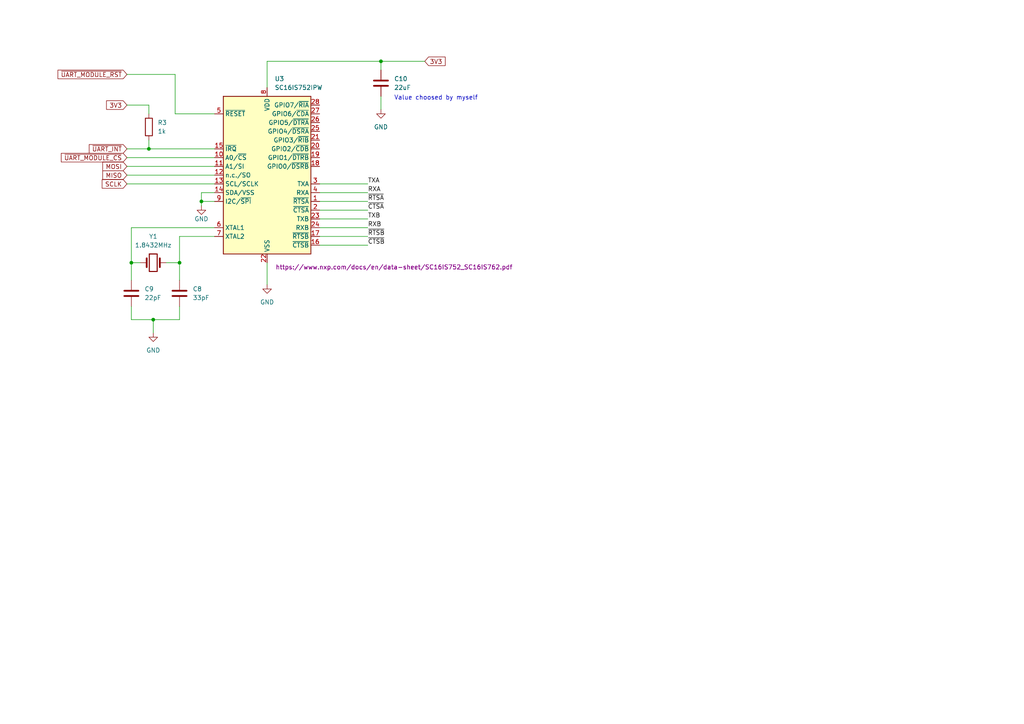
<source format=kicad_sch>
(kicad_sch (version 20230121) (generator eeschema)
  (paper "A4")
  (lib_symbols
    (symbol "Device:C" (pin_numbers hide) (pin_names (offset 0.254))
      (property "Reference" "C" (at 0.635 2.54 0))
      (property "Value" "C" (at 0.635 -2.54 0))
      (symbol "C_0_1"
        (polyline (pts (xy -2.032 -0.762) (xy 2.032 -0.762)) (stroke (width 0.508)))
        (polyline (pts (xy -2.032 0.762) (xy 2.032 0.762)) (stroke (width 0.508)))
      )
      (symbol "C_1_1"
        (pin passive line (at 0 3.81 270) (length 2.794) (name "~") (number "1"))
        (pin passive line (at 0 -3.81 90) (length 2.794) (name "~") (number "2"))
      )
    )
    (symbol "Device:Crystal" (pin_numbers hide) (pin_names (offset 1.016) hide)
      (property "Reference" "Y" (at 0 3.81 0))
      (property "Value" "Crystal" (at 0 -3.81 0))
      (symbol "Crystal_0_1"
        (rectangle (start -1.143 2.54) (end 1.143 -2.54) (stroke (width 0.3048)))
        (polyline (pts (xy -2.54 0) (xy -1.905 0)))
        (polyline (pts (xy -1.905 -1.27) (xy -1.905 1.27)) (stroke (width 0.508)))
        (polyline (pts (xy 1.905 -1.27) (xy 1.905 1.27)) (stroke (width 0.508)))
        (polyline (pts (xy 2.54 0) (xy 1.905 0)))
      )
      (symbol "Crystal_1_1"
        (pin passive line (at -3.81 0 0) (length 1.27) (name "1") (number "1"))
        (pin passive line (at 3.81 0 180) (length 1.27) (name "2") (number "2"))
      )
    )
    (symbol "Device:R" (pin_numbers hide) (pin_names (offset 0))
      (property "Reference" "R" (at 2.032 0 90))
      (property "Value" "R" (at 0 0 90))
      (symbol "R_0_1"
        (rectangle (start -1.016 -2.54) (end 1.016 2.54) (stroke (width 0.254)))
      )
      (symbol "R_1_1"
        (pin passive line (at 0 3.81 270) (length 1.27) (name "~") (number "1"))
        (pin passive line (at 0 -3.81 90) (length 1.27) (name "~") (number "2"))
      )
    )
    (symbol "Interface_UART:SC16IS752IPW"
      (property "Reference" "U" (at -11.43 24.13 0))
      (property "Value" "SC16IS752IPW" (at 7.62 24.13 0))
      (symbol "SC16IS752IPW_0_1"
        (rectangle (start -12.7 22.86) (end 12.7 -22.86) (stroke (width 0.254)) (fill (type background)))
      )
      (symbol "SC16IS752IPW_1_1"
        (pin output line (at 15.24 -7.62 180) (length 2.54) (name "~{RTSA}") (number "1"))
        (pin input line (at -15.24 5.08 0) (length 2.54) (name "A0/~{CS}") (number "10"))
        (pin input line (at -15.24 2.54 0) (length 2.54) (name "A1/SI") (number "11"))
        (pin output line (at -15.24 0 0) (length 2.54) (name "n.c./SO") (number "12"))
        (pin input line (at -15.24 -2.54 0) (length 2.54) (name "SCL/SCLK") (number "13"))
        (pin bidirectional line (at -15.24 -5.08 0) (length 2.54) (name "SDA/VSS") (number "14"))
        (pin open_collector line (at -15.24 7.62 0) (length 2.54) (name "~{IRQ}") (number "15"))
        (pin input line (at 15.24 -20.32 180) (length 2.54) (name "~{CTSB}") (number "16"))
        (pin output line (at 15.24 -17.78 180) (length 2.54) (name "~{RTSB}") (number "17"))
        (pin bidirectional line (at 15.24 2.54 180) (length 2.54) (name "GPIO0/~{DSRB}") (number "18"))
        (pin bidirectional line (at 15.24 5.08 180) (length 2.54) (name "GPIO1/~{DTRB}") (number "19"))
        (pin input line (at 15.24 -10.16 180) (length 2.54) (name "~{CTSA}") (number "2"))
        (pin bidirectional line (at 15.24 7.62 180) (length 2.54) (name "GPIO2/~{CDB}") (number "20"))
        (pin bidirectional line (at 15.24 10.16 180) (length 2.54) (name "GPIO3/~{RIB}") (number "21"))
        (pin power_in line (at 0 -25.4 90) (length 2.54) (name "VSS") (number "22"))
        (pin output line (at 15.24 -12.7 180) (length 2.54) (name "TXB") (number "23"))
        (pin input line (at 15.24 -15.24 180) (length 2.54) (name "RXB") (number "24"))
        (pin bidirectional line (at 15.24 12.7 180) (length 2.54) (name "GPIO4/~{DSRA}") (number "25"))
        (pin bidirectional line (at 15.24 15.24 180) (length 2.54) (name "GPIO5/~{DTRA}") (number "26"))
        (pin bidirectional line (at 15.24 17.78 180) (length 2.54) (name "GPIO6/~{CDA}") (number "27"))
        (pin bidirectional line (at 15.24 20.32 180) (length 2.54) (name "GPIO7/~{RIA}") (number "28"))
        (pin output line (at 15.24 -2.54 180) (length 2.54) (name "TXA") (number "3"))
        (pin input line (at 15.24 -5.08 180) (length 2.54) (name "RXA") (number "4"))
        (pin input line (at -15.24 17.78 0) (length 2.54) (name "~{RESET}") (number "5"))
        (pin input line (at -15.24 -15.24 0) (length 2.54) (name "XTAL1") (number "6"))
        (pin output line (at -15.24 -17.78 0) (length 2.54) (name "XTAL2") (number "7"))
        (pin power_in line (at 0 25.4 270) (length 2.54) (name "VDD") (number "8"))
        (pin input line (at -15.24 -7.62 0) (length 2.54) (name "I2C/~{SPI}") (number "9"))
      )
    )
    (symbol "power:GND" (power) (pin_names (offset 0))
      (property "Value" "GND" (at 0 -3.81 0))
      (symbol "GND_0_1"
        (polyline (pts (xy 0 0) (xy 0 -1.27) (xy 1.27 -1.27) (xy 0 -2.54) (xy -1.27 -1.27) (xy 0 -1.27)))
      )
      (symbol "GND_1_1"
        (pin power_in line (at 0 0 270) (length 0) hide (name "GND") (number "1"))
      )
    )
  )
  (junction (at 110.49 17.78))
  (junction (at 43.18 43.18))
  (junction (at 52.07 76.2))
  (junction (at 44.45 92.71))
  (junction (at 38.1 76.2))
  (junction (at 58.42 58.42))
  (wire (pts (xy 38.1 76.2) (xy 40.64 76.2)))
  (wire (pts (xy 92.71 53.34) (xy 106.68 53.34)))
  (wire (pts (xy 62.23 33.02) (xy 50.8 33.02)))
  (wire (pts (xy 48.26 76.2) (xy 52.07 76.2)))
  (wire (pts (xy 36.83 21.59) (xy 50.8 21.59)))
  (wire (pts (xy 36.83 45.72) (xy 62.23 45.72)))
  (wire (pts (xy 50.8 33.02) (xy 50.8 21.59)))
  (wire (pts (xy 38.1 66.04) (xy 38.1 76.2)))
  (wire (pts (xy 36.83 53.34) (xy 62.23 53.34)))
  (wire (pts (xy 77.47 17.78) (xy 77.47 25.4)))
  (wire (pts (xy 36.83 30.48) (xy 43.18 30.48)))
  (wire (pts (xy 58.42 55.88) (xy 58.42 58.42)))
  (wire (pts (xy 77.47 76.2) (xy 77.47 82.55)))
  (wire (pts (xy 44.45 92.71) (xy 38.1 92.71)))
  (wire (pts (xy 92.71 63.5) (xy 106.68 63.5)))
  (wire (pts (xy 62.23 66.04) (xy 38.1 66.04)))
  (wire (pts (xy 92.71 60.96) (xy 106.68 60.96)))
  (wire (pts (xy 58.42 58.42) (xy 58.42 59.69)))
  (wire (pts (xy 62.23 55.88) (xy 58.42 55.88)))
  (wire (pts (xy 52.07 68.58) (xy 62.23 68.58)))
  (wire (pts (xy 110.49 17.78) (xy 123.19 17.78)))
  (wire (pts (xy 92.71 58.42) (xy 106.68 58.42)))
  (wire (pts (xy 52.07 92.71) (xy 44.45 92.71)))
  (wire (pts (xy 92.71 68.58) (xy 106.68 68.58)))
  (wire (pts (xy 38.1 76.2) (xy 38.1 81.28)))
  (wire (pts (xy 58.42 58.42) (xy 62.23 58.42)))
  (wire (pts (xy 52.07 88.9) (xy 52.07 92.71)))
  (wire (pts (xy 43.18 43.18) (xy 62.23 43.18)))
  (wire (pts (xy 110.49 27.94) (xy 110.49 31.75)))
  (wire (pts (xy 92.71 66.04) (xy 106.68 66.04)))
  (wire (pts (xy 36.83 50.8) (xy 62.23 50.8)))
  (wire (pts (xy 43.18 33.02) (xy 43.18 30.48)))
  (wire (pts (xy 92.71 55.88) (xy 106.68 55.88)))
  (wire (pts (xy 52.07 76.2) (xy 52.07 81.28)))
  (wire (pts (xy 36.83 48.26) (xy 62.23 48.26)))
  (wire (pts (xy 43.18 40.64) (xy 43.18 43.18)))
  (wire (pts (xy 44.45 92.71) (xy 44.45 96.52)))
  (wire (pts (xy 77.47 17.78) (xy 110.49 17.78)))
  (wire (pts (xy 52.07 68.58) (xy 52.07 76.2)))
  (wire (pts (xy 38.1 92.71) (xy 38.1 88.9)))
  (wire (pts (xy 36.83 43.18) (xy 43.18 43.18)))
  (wire (pts (xy 110.49 17.78) (xy 110.49 20.32)))
  (wire (pts (xy 92.71 71.12) (xy 106.68 71.12)))
  (text "Value choosed by myself" (at 114.3 29.21 0) (effects (font (size 1.27 1.27)) (justify left bottom)))
  (label "~{RTSB}" (at 106.68 68.58 0))
  (label "RXB" (at 106.68 66.04 0))
  (label "~{CTSA}" (at 106.68 60.96 0))
  (label "~{CTSB}" (at 106.68 71.12 0))
  (label "RXA" (at 106.68 55.88 0))
  (label "~{RTSA}" (at 106.68 58.42 0))
  (label "TXB" (at 106.68 63.5 0))
  (label "TXA" (at 106.68 53.34 0))
  (global_label "3V3" (shape input) (at 36.83 30.48 180) (property "Intersheetrefs" "${INTERSHEET_REFS}" (effects hide)))
  (global_label "~{UART_MODULE_CS}" (shape input) (at 36.83 45.72 180) (property "Intersheetrefs" "${INTERSHEET_REFS}" (effects hide)))
  (global_label "~{UART_INT}" (shape input) (at 36.83 43.18 180) (property "Intersheetrefs" "${INTERSHEET_REFS}" (effects hide)))
  (global_label "MOSI" (shape input) (at 36.83 48.26 180) (property "Intersheetrefs" "${INTERSHEET_REFS}" (effects hide)))
  (global_label "~{UART_MODULE_RST}" (shape input) (at 36.83 21.59 180) (property "Intersheetrefs" "${INTERSHEET_REFS}" (effects hide)))
  (global_label "3V3" (shape input) (at 123.19 17.78 0) (property "Intersheetrefs" "${INTERSHEET_REFS}" (effects hide)))
  (global_label "SCLK" (shape input) (at 36.83 53.34 180) (property "Intersheetrefs" "${INTERSHEET_REFS}" (effects hide)))
  (global_label "MISO" (shape input) (at 36.83 50.8 180) (property "Intersheetrefs" "${INTERSHEET_REFS}" (effects hide)))
  (symbol (lib_id "power:GND") (at 110.49 31.75 0) (unit 1)
    (property "Reference" "#PWR012" (effects hide))
    (property "Value" "GND" (at 110.49 36.83 0))
  )
  (symbol (lib_id "power:GND") (at 44.45 96.52 0) (unit 1)
    (property "Reference" "#PWR010" (effects hide))
    (property "Value" "GND" (at 44.45 101.6 0))
  )
  (symbol (lib_id "Device:Crystal") (at 44.45 76.2 0) (unit 1)
    (property "Reference" "Y1" (at 44.45 68.58 0))
    (property "Value" "1.8432MHz" (at 44.45 71.12 0))
  )
  (symbol (lib_id "Device:R") (at 43.18 36.83 0) (unit 1)
    (property "Reference" "R3" (at 45.72 35.56 0) (effects (justify left)))
    (property "Value" "1k" (at 45.72 38.1 0) (effects (justify left)))
  )
  (symbol (lib_id "Interface_UART:SC16IS752IPW") (at 77.47 50.8 0) (unit 1)
    (property "Reference" "U3" (at 79.6641 22.86 0) (effects (justify left)))
    (property "Value" "SC16IS752IPW" (at 79.6641 25.4 0) (effects (justify left)))
    (property "Footprint" "Package_SO:TSSOP-28_4.4x9.7mm_P0.65mm" (effects hide))
    (property "Datasheet" "https://www.nxp.com/docs/en/data-sheet/SC16IS752_SC16IS762.pdf" (at 114.3 77.47 0))
  )
  (symbol (lib_id "power:GND") (at 77.47 82.55 0) (unit 1)
    (property "Reference" "#PWR09" (effects hide))
    (property "Value" "GND" (at 77.47 87.63 0))
  )
  (symbol (lib_id "Device:C") (at 52.07 85.09 0) (unit 1)
    (property "Reference" "C8" (at 55.88 83.82 0) (effects (justify left)))
    (property "Value" "33pF" (at 55.88 86.36 0) (effects (justify left)))
  )
  (symbol (lib_id "Device:C") (at 110.49 24.13 0) (unit 1)
    (property "Reference" "C10" (at 114.3 22.86 0) (effects (justify left)))
    (property "Value" "22uF" (at 114.3 25.4 0) (effects (justify left)))
  )
  (symbol (lib_id "Device:C") (at 38.1 85.09 0) (unit 1)
    (property "Reference" "C9" (at 41.91 83.82 0) (effects (justify left)))
    (property "Value" "22pF" (at 41.91 86.36 0) (effects (justify left)))
  )
  (symbol (lib_id "power:GND") (at 58.42 59.69 0) (unit 1)
    (property "Reference" "#PWR011" (effects hide))
    (property "Value" "GND" (at 58.42 63.5 0))
  )
)
</source>
